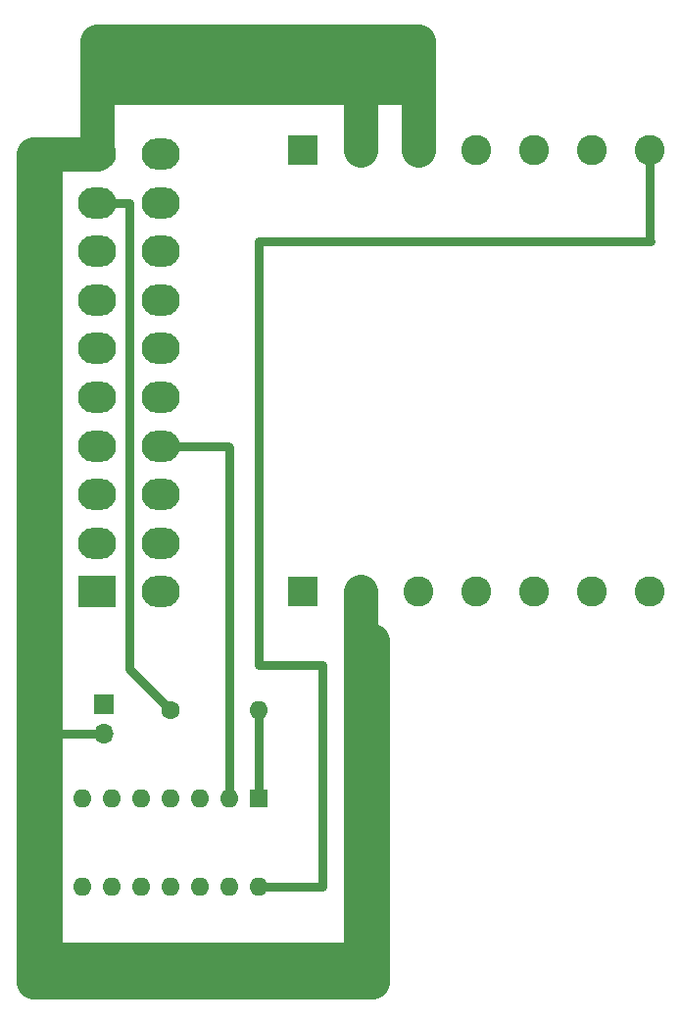
<source format=gtl>
G04 #@! TF.GenerationSoftware,KiCad,Pcbnew,(5.0.0-3-g5ebb6b6)*
G04 #@! TF.CreationDate,2018-10-17T11:41:57-07:00*
G04 #@! TF.ProjectId,PicoPSU,5069636F5053552E6B696361645F7063,rev?*
G04 #@! TF.SameCoordinates,Original*
G04 #@! TF.FileFunction,Copper,L1,Top,Signal*
G04 #@! TF.FilePolarity,Positive*
%FSLAX46Y46*%
G04 Gerber Fmt 4.6, Leading zero omitted, Abs format (unit mm)*
G04 Created by KiCad (PCBNEW (5.0.0-3-g5ebb6b6)) date Wednesday, October 17, 2018 at 11:41:57 AM*
%MOMM*%
%LPD*%
G01*
G04 APERTURE LIST*
G04 #@! TA.AperFunction,ComponentPad*
%ADD10R,2.600000X2.600000*%
G04 #@! TD*
G04 #@! TA.AperFunction,ComponentPad*
%ADD11C,2.600000*%
G04 #@! TD*
G04 #@! TA.AperFunction,ComponentPad*
%ADD12O,3.300000X2.700000*%
G04 #@! TD*
G04 #@! TA.AperFunction,ComponentPad*
%ADD13R,3.300000X2.700000*%
G04 #@! TD*
G04 #@! TA.AperFunction,ComponentPad*
%ADD14O,1.600000X1.600000*%
G04 #@! TD*
G04 #@! TA.AperFunction,ComponentPad*
%ADD15R,1.600000X1.600000*%
G04 #@! TD*
G04 #@! TA.AperFunction,ComponentPad*
%ADD16C,1.600000*%
G04 #@! TD*
G04 #@! TA.AperFunction,ComponentPad*
%ADD17O,1.700000X1.700000*%
G04 #@! TD*
G04 #@! TA.AperFunction,ComponentPad*
%ADD18R,1.700000X1.700000*%
G04 #@! TD*
G04 #@! TA.AperFunction,Conductor*
%ADD19C,0.800000*%
G04 #@! TD*
G04 #@! TA.AperFunction,Conductor*
%ADD20C,0.250000*%
G04 #@! TD*
G04 #@! TA.AperFunction,Conductor*
%ADD21C,3.000000*%
G04 #@! TD*
G04 APERTURE END LIST*
D10*
G04 #@! TO.P,REF\002A\002A,1*
G04 #@! TO.N,N/C*
X76200000Y-102806500D03*
D11*
G04 #@! TO.P,REF\002A\002A,2*
X81200000Y-102806500D03*
G04 #@! TO.P,REF\002A\002A,3*
X86200000Y-102806500D03*
G04 #@! TO.P,REF\002A\002A,4*
X91200000Y-102806500D03*
G04 #@! TO.P,REF\002A\002A,5*
X96200000Y-102806500D03*
G04 #@! TO.P,REF\002A\002A,6*
X101200000Y-102806500D03*
G04 #@! TO.P,REF\002A\002A,7*
X106200000Y-102806500D03*
G04 #@! TD*
D12*
G04 #@! TO.P,PicoPSU,20*
G04 #@! TO.N,N/C*
X63920000Y-65006500D03*
G04 #@! TO.P,PicoPSU,19*
X63920000Y-69206500D03*
G04 #@! TO.P,PicoPSU,18*
X63920000Y-73406500D03*
G04 #@! TO.P,PicoPSU,17*
X63920000Y-77606500D03*
G04 #@! TO.P,PicoPSU,16*
X63920000Y-81806500D03*
G04 #@! TO.P,PicoPSU,15*
X63920000Y-86006500D03*
G04 #@! TO.P,PicoPSU,14*
X63920000Y-90206500D03*
G04 #@! TO.P,PicoPSU,13*
X63920000Y-94406500D03*
G04 #@! TO.P,PicoPSU,12*
X63920000Y-98606500D03*
G04 #@! TO.P,PicoPSU,11*
X63920000Y-102806500D03*
G04 #@! TO.P,PicoPSU,10*
X58420000Y-65006500D03*
G04 #@! TO.P,PicoPSU,9*
X58420000Y-69206500D03*
G04 #@! TO.P,PicoPSU,8*
X58420000Y-73406500D03*
G04 #@! TO.P,PicoPSU,7*
X58420000Y-77606500D03*
G04 #@! TO.P,PicoPSU,6*
X58420000Y-81806500D03*
G04 #@! TO.P,PicoPSU,5*
X58420000Y-86006500D03*
G04 #@! TO.P,PicoPSU,4*
X58420000Y-90206500D03*
G04 #@! TO.P,PicoPSU,3*
X58420000Y-94406500D03*
G04 #@! TO.P,PicoPSU,2*
X58420000Y-98606500D03*
D13*
G04 #@! TO.P,PicoPSU,1*
X58420000Y-102806500D03*
G04 #@! TD*
D14*
G04 #@! TO.P,74LS04,14*
G04 #@! TO.N,N/C*
X72390000Y-128270000D03*
G04 #@! TO.P,74LS04,7*
X57150000Y-120650000D03*
G04 #@! TO.P,74LS04,13*
X69850000Y-128270000D03*
G04 #@! TO.P,74LS04,6*
X59690000Y-120650000D03*
G04 #@! TO.P,74LS04,12*
X67310000Y-128270000D03*
G04 #@! TO.P,74LS04,5*
X62230000Y-120650000D03*
G04 #@! TO.P,74LS04,11*
X64770000Y-128270000D03*
G04 #@! TO.P,74LS04,4*
X64770000Y-120650000D03*
G04 #@! TO.P,74LS04,10*
X62230000Y-128270000D03*
G04 #@! TO.P,74LS04,3*
X67310000Y-120650000D03*
G04 #@! TO.P,74LS04,9*
X59690000Y-128270000D03*
G04 #@! TO.P,74LS04,2*
X69850000Y-120650000D03*
G04 #@! TO.P,74LS04,8*
X57150000Y-128270000D03*
D15*
G04 #@! TO.P,74LS04,1*
X72390000Y-120650000D03*
G04 #@! TD*
D14*
G04 #@! TO.P,4.7K,2*
G04 #@! TO.N,N/C*
X72390000Y-113030000D03*
D16*
G04 #@! TO.P,4.7K,1*
X64770000Y-113030000D03*
G04 #@! TD*
D17*
G04 #@! TO.P,Fan,2*
G04 #@! TO.N,N/C*
X59014360Y-115008660D03*
D18*
G04 #@! TO.P,Fan,1*
X59014360Y-112468660D03*
G04 #@! TD*
D10*
G04 #@! TO.P,REF\002A\002A,1*
G04 #@! TO.N,N/C*
X76200000Y-64706500D03*
D11*
G04 #@! TO.P,REF\002A\002A,2*
X81200000Y-64706500D03*
G04 #@! TO.P,REF\002A\002A,3*
X86200000Y-64706500D03*
G04 #@! TO.P,REF\002A\002A,4*
X91200000Y-64706500D03*
G04 #@! TO.P,REF\002A\002A,5*
X96200000Y-64706500D03*
G04 #@! TO.P,REF\002A\002A,6*
X101200000Y-64706500D03*
G04 #@! TO.P,REF\002A\002A,7*
X106200000Y-64706500D03*
G04 #@! TD*
D19*
G04 #@! TO.N,*
X72390000Y-113030000D02*
X72390000Y-120650000D01*
X63920000Y-90206500D02*
X69750000Y-90206500D01*
X69850000Y-90306500D02*
X69850000Y-120556500D01*
D20*
X69750000Y-90206500D02*
X69850000Y-90306500D01*
D19*
X58420000Y-69206500D02*
X61142000Y-69206500D01*
D20*
X61142000Y-69206500D02*
X61214000Y-69278500D01*
D19*
X61214000Y-69278500D02*
X61214000Y-109380500D01*
X61214000Y-109474000D02*
X64770000Y-113030000D01*
D21*
X58420000Y-65006500D02*
X53000000Y-65006500D01*
X52931060Y-65006780D02*
X52931060Y-136502140D01*
X52979320Y-136502140D02*
X82221080Y-136502140D01*
D20*
X106200000Y-66544977D02*
X106199940Y-66545037D01*
X106200000Y-64706500D02*
X106200000Y-66544977D01*
X106200000Y-66544977D02*
X106230420Y-66575397D01*
D19*
X106230420Y-72565260D02*
X72390000Y-72565260D01*
X72390000Y-72565260D02*
X72390000Y-109153960D01*
X72390000Y-109153960D02*
X77901800Y-109153960D01*
X77901800Y-109146340D02*
X77901800Y-128244600D01*
X77901800Y-128270000D02*
X72390000Y-128270000D01*
D20*
X77576680Y-128417320D02*
X77429360Y-128270000D01*
X106200000Y-72534840D02*
X106230420Y-72565260D01*
D19*
X106200000Y-64706500D02*
X106200000Y-72534840D01*
X59014360Y-115008660D02*
X52931060Y-115008660D01*
D21*
X81200000Y-136502140D02*
X81200000Y-102806500D01*
D20*
X81309220Y-129004060D02*
X81200000Y-129113280D01*
D21*
X58420000Y-59270900D02*
X86200000Y-59270900D01*
D20*
X58420000Y-65006500D02*
X58420000Y-63406500D01*
X58420000Y-63406500D02*
X58178700Y-63165200D01*
D21*
X81200000Y-59270900D02*
X81200000Y-64706500D01*
X86200000Y-64706500D02*
X86200000Y-55303400D01*
X86141560Y-55303400D02*
X58420000Y-55303400D01*
X58420000Y-55303400D02*
X58420000Y-65006500D01*
X58420000Y-57312560D02*
X86200000Y-57312560D01*
X52979320Y-134531100D02*
X81139940Y-134531100D01*
X82221080Y-136502140D02*
X82221080Y-107000000D01*
X53952500Y-65006780D02*
X53883560Y-136502140D01*
G04 #@! TD*
M02*

</source>
